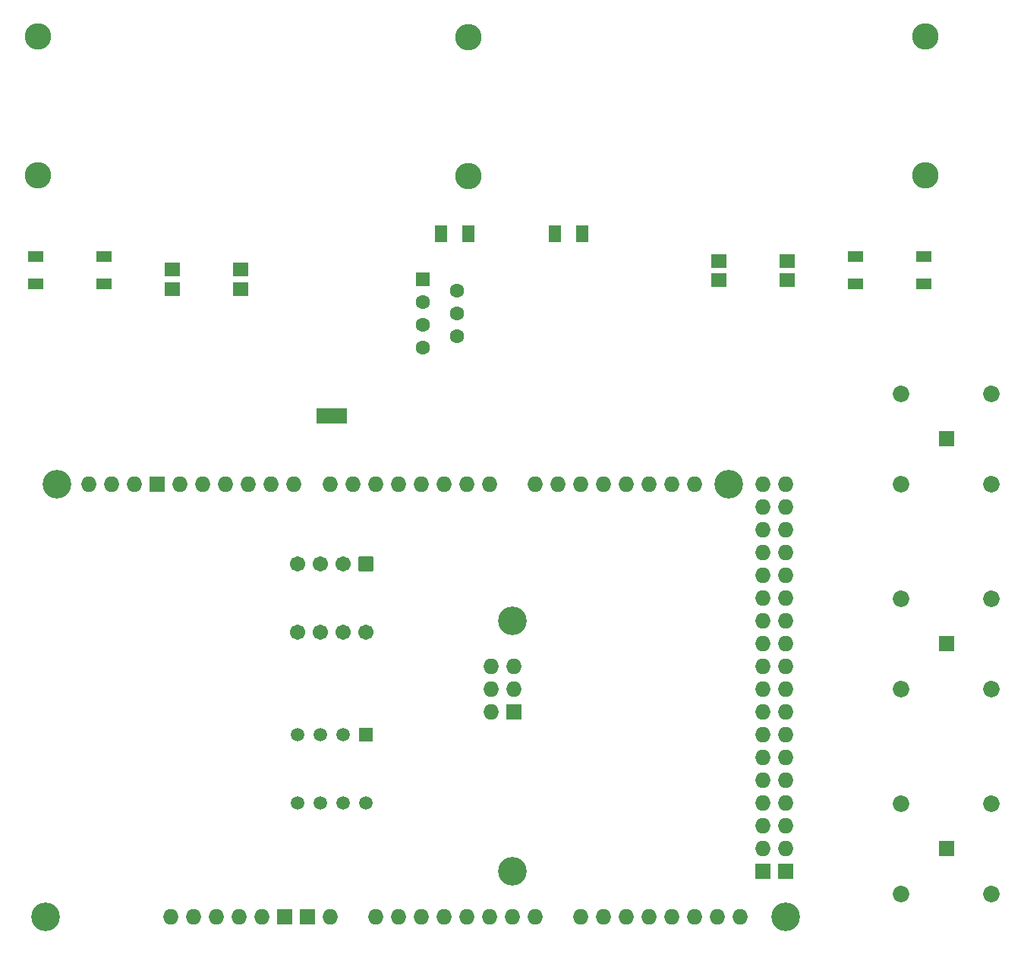
<source format=gbr>
%TF.GenerationSoftware,KiCad,Pcbnew,7.0.9*%
%TF.CreationDate,2024-01-29T19:21:26-08:00*%
%TF.ProjectId,V2_rampGen,56325f72-616d-4704-9765-6e2e6b696361,rev?*%
%TF.SameCoordinates,Original*%
%TF.FileFunction,Soldermask,Bot*%
%TF.FilePolarity,Negative*%
%FSLAX46Y46*%
G04 Gerber Fmt 4.6, Leading zero omitted, Abs format (unit mm)*
G04 Created by KiCad (PCBNEW 7.0.9) date 2024-01-29 19:21:26*
%MOMM*%
%LPD*%
G01*
G04 APERTURE LIST*
G04 Aperture macros list*
%AMRoundRect*
0 Rectangle with rounded corners*
0 $1 Rounding radius*
0 $2 $3 $4 $5 $6 $7 $8 $9 X,Y pos of 4 corners*
0 Add a 4 corners polygon primitive as box body*
4,1,4,$2,$3,$4,$5,$6,$7,$8,$9,$2,$3,0*
0 Add four circle primitives for the rounded corners*
1,1,$1+$1,$2,$3*
1,1,$1+$1,$4,$5*
1,1,$1+$1,$6,$7*
1,1,$1+$1,$8,$9*
0 Add four rect primitives between the rounded corners*
20,1,$1+$1,$2,$3,$4,$5,0*
20,1,$1+$1,$4,$5,$6,$7,0*
20,1,$1+$1,$6,$7,$8,$9,0*
20,1,$1+$1,$8,$9,$2,$3,0*%
G04 Aperture macros list end*
%ADD10C,2.950000*%
%ADD11R,1.700000X1.700000*%
%ADD12C,1.850000*%
%ADD13R,1.600000X1.600000*%
%ADD14C,1.600000*%
%ADD15C,3.200000*%
%ADD16O,1.727200X1.727200*%
%ADD17R,1.727200X1.727200*%
%ADD18R,1.500000X1.500000*%
%ADD19C,1.500000*%
%ADD20RoundRect,0.102000X-0.749300X0.749300X-0.749300X-0.749300X0.749300X-0.749300X0.749300X0.749300X0*%
%ADD21C,1.702600*%
%ADD22R,1.800000X1.150000*%
%ADD23R,1.455740X1.858220*%
%ADD24R,1.706200X1.553950*%
%ADD25R,3.430000X1.780000*%
G04 APERTURE END LIST*
D10*
%TO.C,J8*%
X114300000Y-44063333D03*
X114300000Y-59563333D03*
%TD*%
%TO.C,J9*%
X66297223Y-43970904D03*
X66297223Y-59470904D03*
%TD*%
D11*
%TO.C,J7*%
X167640000Y-134620000D03*
D12*
X162590020Y-129570020D03*
X172689980Y-129570020D03*
X162590020Y-139670030D03*
X172689980Y-139670030D03*
%TD*%
D11*
%TO.C,J6*%
X167640000Y-111760000D03*
D12*
X162590020Y-106710020D03*
X172689980Y-106710020D03*
X162590020Y-116810030D03*
X172689980Y-116810030D03*
%TD*%
D10*
%TO.C,J5*%
X165317927Y-44035314D03*
X165317927Y-59535314D03*
%TD*%
D13*
%TO.C,U1*%
X109220000Y-71120000D03*
D14*
X113030000Y-72390000D03*
X109220000Y-73660000D03*
X113030000Y-74930000D03*
X109220000Y-76200000D03*
X113030000Y-77470000D03*
X109220000Y-78740000D03*
%TD*%
D15*
%TO.C,A1*%
X67183000Y-142240000D03*
X68453000Y-93980000D03*
D16*
X81153000Y-142240000D03*
D15*
X119253000Y-109220000D03*
X119253000Y-137160000D03*
X143383000Y-93980000D03*
X149733000Y-142240000D03*
D16*
X88773000Y-142240000D03*
X91313000Y-142240000D03*
X119380000Y-114300000D03*
X147193000Y-93980000D03*
X149733000Y-93980000D03*
X104013000Y-142240000D03*
X106553000Y-142240000D03*
X109093000Y-142240000D03*
X111633000Y-142240000D03*
X114173000Y-142240000D03*
X116713000Y-142240000D03*
X119253000Y-142240000D03*
X121793000Y-142240000D03*
X126873000Y-142240000D03*
X129413000Y-142240000D03*
X131953000Y-142240000D03*
X134493000Y-142240000D03*
X77089000Y-93980000D03*
X142113000Y-142240000D03*
X144653000Y-142240000D03*
X116713000Y-93980000D03*
X114173000Y-93980000D03*
X111633000Y-93980000D03*
X109093000Y-93980000D03*
X106553000Y-93980000D03*
X104013000Y-93980000D03*
X101473000Y-93980000D03*
X98933000Y-93980000D03*
X94869000Y-93980000D03*
X92329000Y-93980000D03*
X89789000Y-93980000D03*
X87249000Y-93980000D03*
X84709000Y-93980000D03*
X82169000Y-93980000D03*
X121793000Y-93980000D03*
X124333000Y-93980000D03*
X126873000Y-93980000D03*
X129413000Y-93980000D03*
X131953000Y-93980000D03*
X134493000Y-93980000D03*
X137033000Y-93980000D03*
X139573000Y-93980000D03*
X147193000Y-96520000D03*
X149733000Y-96520000D03*
X147193000Y-99060000D03*
X149733000Y-99060000D03*
X147193000Y-101600000D03*
X149733000Y-101600000D03*
X147193000Y-104140000D03*
X149733000Y-104140000D03*
X147193000Y-106680000D03*
X149733000Y-106680000D03*
X147193000Y-109220000D03*
X149733000Y-109220000D03*
X147193000Y-111760000D03*
X149733000Y-111760000D03*
X147193000Y-114300000D03*
X149733000Y-114300000D03*
X147193000Y-116840000D03*
X149733000Y-116840000D03*
X147193000Y-119380000D03*
X149733000Y-119380000D03*
X147193000Y-121920000D03*
X149733000Y-121920000D03*
X147193000Y-124460000D03*
X149733000Y-124460000D03*
X147193000Y-127000000D03*
X149733000Y-127000000D03*
X147193000Y-129540000D03*
X149733000Y-129540000D03*
X147193000Y-132080000D03*
X149733000Y-132080000D03*
X147193000Y-134620000D03*
X149733000Y-134620000D03*
X137033000Y-142240000D03*
X139573000Y-142240000D03*
D17*
X79629000Y-93980000D03*
X93853000Y-142240000D03*
X96393000Y-142240000D03*
X119380000Y-119380000D03*
X147193000Y-137160000D03*
X149733000Y-137160000D03*
D16*
X83693000Y-142240000D03*
X116840000Y-114300000D03*
X119380000Y-116840000D03*
X86233000Y-142240000D03*
X116840000Y-119380000D03*
X116840000Y-116840000D03*
X72009000Y-93980000D03*
X74549000Y-93980000D03*
X98933000Y-142240000D03*
%TD*%
D11*
%TO.C,J4*%
X167640000Y-88899990D03*
D12*
X162590020Y-83850010D03*
X172689980Y-83850010D03*
X162590020Y-93950020D03*
X172689980Y-93950020D03*
%TD*%
D18*
%TO.C,U2*%
X102870000Y-121920000D03*
D19*
X100330000Y-121920000D03*
X97790000Y-121920000D03*
X95250000Y-121920000D03*
X95250000Y-129540000D03*
X97790000Y-129540000D03*
X100330000Y-129540000D03*
X102870000Y-129540000D03*
%TD*%
D20*
%TO.C,U3*%
X102870000Y-102870000D03*
D21*
X100330000Y-102870000D03*
X97790000Y-102870000D03*
X95250000Y-102870000D03*
X95250000Y-110490000D03*
X97790000Y-110490000D03*
X100330000Y-110490000D03*
X102870000Y-110490000D03*
%TD*%
D22*
%TO.C,C3*%
X165100000Y-71579990D03*
X165100000Y-68580000D03*
%TD*%
D23*
%TO.C,R2*%
X111297510Y-66040000D03*
X114300000Y-66040000D03*
%TD*%
D24*
%TO.C,C1*%
X142240000Y-69039990D03*
X142240000Y-71192230D03*
%TD*%
%TO.C,C8*%
X88900000Y-70043910D03*
X88900000Y-72196150D03*
%TD*%
D25*
%TO.C,J1*%
X99060000Y-86360000D03*
%TD*%
D24*
%TO.C,C2*%
X149860000Y-69039990D03*
X149860000Y-71192230D03*
%TD*%
D22*
%TO.C,C4*%
X157480000Y-71579990D03*
X157480000Y-68580000D03*
%TD*%
D23*
%TO.C,R1*%
X123997510Y-66040000D03*
X127000000Y-66040000D03*
%TD*%
D22*
%TO.C,C6*%
X73660000Y-71579990D03*
X73660000Y-68580000D03*
%TD*%
%TO.C,C5*%
X66040000Y-71579990D03*
X66040000Y-68580000D03*
%TD*%
D24*
%TO.C,C7*%
X81280000Y-70043910D03*
X81280000Y-72196150D03*
%TD*%
M02*

</source>
